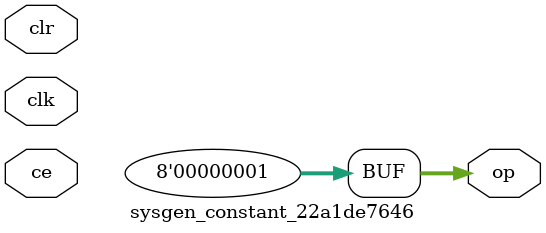
<source format=v>
module sysgen_constant_22a1de7646 (
  output [(8 - 1):0] op,
  input clk,
  input ce,
  input clr);
  assign op = 8'b00000001;
endmodule
</source>
